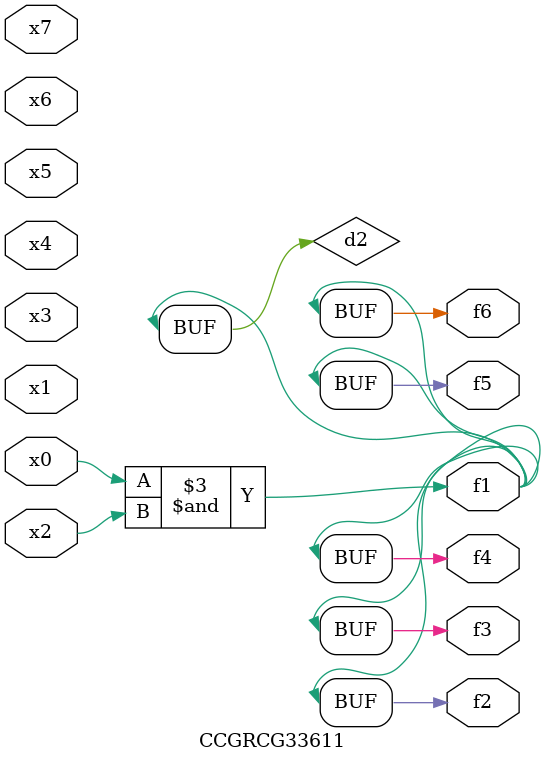
<source format=v>
module CCGRCG33611(
	input x0, x1, x2, x3, x4, x5, x6, x7,
	output f1, f2, f3, f4, f5, f6
);

	wire d1, d2;

	nor (d1, x3, x6);
	and (d2, x0, x2);
	assign f1 = d2;
	assign f2 = d2;
	assign f3 = d2;
	assign f4 = d2;
	assign f5 = d2;
	assign f6 = d2;
endmodule

</source>
